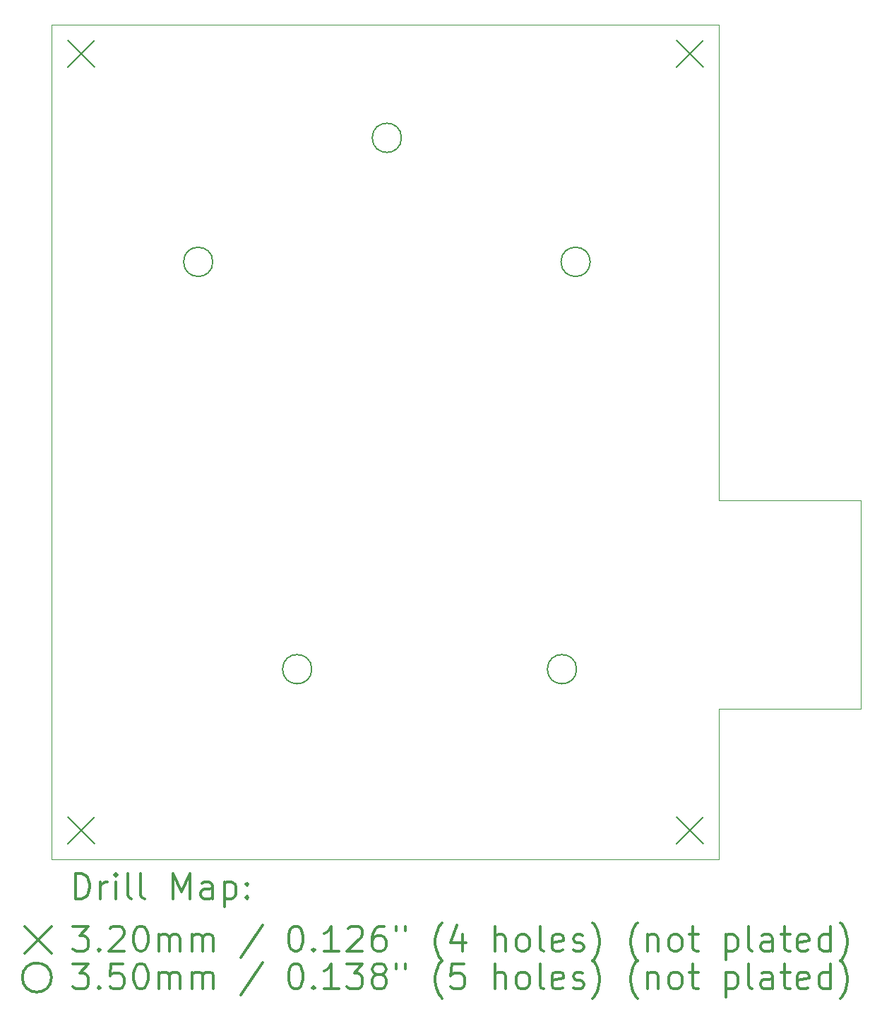
<source format=gbr>
%FSLAX45Y45*%
G04 Gerber Fmt 4.5, Leading zero omitted, Abs format (unit mm)*
G04 Created by KiCad (PCBNEW 5.1.5+dfsg1-2build2) date 2020-11-16 19:45:47*
%MOMM*%
%LPD*%
G04 APERTURE LIST*
%TA.AperFunction,Profile*%
%ADD10C,0.100000*%
%TD*%
%ADD11C,0.200000*%
%ADD12C,0.300000*%
G04 APERTURE END LIST*
D10*
X8000000Y10000000D02*
X8000000Y4300000D01*
X0Y10000000D02*
X8000000Y10000000D01*
X0Y0D02*
X0Y10000000D01*
X8000000Y4300000D02*
X9700000Y4300000D01*
X9700000Y1800000D02*
X9700000Y4300000D01*
X8000000Y1800000D02*
X9700000Y1800000D01*
X8000000Y0D02*
X8000000Y1800000D01*
X0Y0D02*
X8000000Y0D01*
D11*
X7490000Y9810000D02*
X7810000Y9490000D01*
X7810000Y9810000D02*
X7490000Y9490000D01*
X190000Y510000D02*
X510000Y190000D01*
X510000Y510000D02*
X190000Y190000D01*
X7490000Y510000D02*
X7810000Y190000D01*
X7810000Y510000D02*
X7490000Y190000D01*
X190000Y9810000D02*
X510000Y9490000D01*
X510000Y9810000D02*
X190000Y9490000D01*
X3116000Y2279000D02*
G75*
G03X3116000Y2279000I-175000J0D01*
G01*
X6291000Y2279000D02*
G75*
G03X6291000Y2279000I-175000J0D01*
G01*
X4191500Y8645000D02*
G75*
G03X4191500Y8645000I-175000J0D01*
G01*
X6454000Y7159000D02*
G75*
G03X6454000Y7159000I-175000J0D01*
G01*
X1929000Y7159000D02*
G75*
G03X1929000Y7159000I-175000J0D01*
G01*
D12*
X281428Y-470714D02*
X281428Y-170714D01*
X352857Y-170714D01*
X395714Y-185000D01*
X424286Y-213571D01*
X438571Y-242143D01*
X452857Y-299286D01*
X452857Y-342143D01*
X438571Y-399286D01*
X424286Y-427857D01*
X395714Y-456429D01*
X352857Y-470714D01*
X281428Y-470714D01*
X581428Y-470714D02*
X581428Y-270714D01*
X581428Y-327857D02*
X595714Y-299286D01*
X610000Y-285000D01*
X638571Y-270714D01*
X667143Y-270714D01*
X767143Y-470714D02*
X767143Y-270714D01*
X767143Y-170714D02*
X752857Y-185000D01*
X767143Y-199286D01*
X781428Y-185000D01*
X767143Y-170714D01*
X767143Y-199286D01*
X952857Y-470714D02*
X924286Y-456429D01*
X910000Y-427857D01*
X910000Y-170714D01*
X1110000Y-470714D02*
X1081428Y-456429D01*
X1067143Y-427857D01*
X1067143Y-170714D01*
X1452857Y-470714D02*
X1452857Y-170714D01*
X1552857Y-385000D01*
X1652857Y-170714D01*
X1652857Y-470714D01*
X1924286Y-470714D02*
X1924286Y-313572D01*
X1910000Y-285000D01*
X1881428Y-270714D01*
X1824286Y-270714D01*
X1795714Y-285000D01*
X1924286Y-456429D02*
X1895714Y-470714D01*
X1824286Y-470714D01*
X1795714Y-456429D01*
X1781428Y-427857D01*
X1781428Y-399286D01*
X1795714Y-370714D01*
X1824286Y-356429D01*
X1895714Y-356429D01*
X1924286Y-342143D01*
X2067143Y-270714D02*
X2067143Y-570714D01*
X2067143Y-285000D02*
X2095714Y-270714D01*
X2152857Y-270714D01*
X2181428Y-285000D01*
X2195714Y-299286D01*
X2210000Y-327857D01*
X2210000Y-413571D01*
X2195714Y-442143D01*
X2181428Y-456429D01*
X2152857Y-470714D01*
X2095714Y-470714D01*
X2067143Y-456429D01*
X2338571Y-442143D02*
X2352857Y-456429D01*
X2338571Y-470714D01*
X2324286Y-456429D01*
X2338571Y-442143D01*
X2338571Y-470714D01*
X2338571Y-285000D02*
X2352857Y-299286D01*
X2338571Y-313572D01*
X2324286Y-299286D01*
X2338571Y-285000D01*
X2338571Y-313572D01*
X-325000Y-805000D02*
X-5000Y-1125000D01*
X-5000Y-805000D02*
X-325000Y-1125000D01*
X252857Y-800714D02*
X438571Y-800714D01*
X338571Y-915000D01*
X381428Y-915000D01*
X410000Y-929286D01*
X424286Y-943571D01*
X438571Y-972143D01*
X438571Y-1043571D01*
X424286Y-1072143D01*
X410000Y-1086429D01*
X381428Y-1100714D01*
X295714Y-1100714D01*
X267143Y-1086429D01*
X252857Y-1072143D01*
X567143Y-1072143D02*
X581428Y-1086429D01*
X567143Y-1100714D01*
X552857Y-1086429D01*
X567143Y-1072143D01*
X567143Y-1100714D01*
X695714Y-829286D02*
X710000Y-815000D01*
X738571Y-800714D01*
X810000Y-800714D01*
X838571Y-815000D01*
X852857Y-829286D01*
X867143Y-857857D01*
X867143Y-886429D01*
X852857Y-929286D01*
X681428Y-1100714D01*
X867143Y-1100714D01*
X1052857Y-800714D02*
X1081428Y-800714D01*
X1110000Y-815000D01*
X1124286Y-829286D01*
X1138571Y-857857D01*
X1152857Y-915000D01*
X1152857Y-986429D01*
X1138571Y-1043571D01*
X1124286Y-1072143D01*
X1110000Y-1086429D01*
X1081428Y-1100714D01*
X1052857Y-1100714D01*
X1024286Y-1086429D01*
X1010000Y-1072143D01*
X995714Y-1043571D01*
X981428Y-986429D01*
X981428Y-915000D01*
X995714Y-857857D01*
X1010000Y-829286D01*
X1024286Y-815000D01*
X1052857Y-800714D01*
X1281428Y-1100714D02*
X1281428Y-900714D01*
X1281428Y-929286D02*
X1295714Y-915000D01*
X1324286Y-900714D01*
X1367143Y-900714D01*
X1395714Y-915000D01*
X1410000Y-943571D01*
X1410000Y-1100714D01*
X1410000Y-943571D02*
X1424286Y-915000D01*
X1452857Y-900714D01*
X1495714Y-900714D01*
X1524286Y-915000D01*
X1538571Y-943571D01*
X1538571Y-1100714D01*
X1681428Y-1100714D02*
X1681428Y-900714D01*
X1681428Y-929286D02*
X1695714Y-915000D01*
X1724286Y-900714D01*
X1767143Y-900714D01*
X1795714Y-915000D01*
X1810000Y-943571D01*
X1810000Y-1100714D01*
X1810000Y-943571D02*
X1824286Y-915000D01*
X1852857Y-900714D01*
X1895714Y-900714D01*
X1924286Y-915000D01*
X1938571Y-943571D01*
X1938571Y-1100714D01*
X2524286Y-786429D02*
X2267143Y-1172143D01*
X2910000Y-800714D02*
X2938571Y-800714D01*
X2967143Y-815000D01*
X2981428Y-829286D01*
X2995714Y-857857D01*
X3010000Y-915000D01*
X3010000Y-986429D01*
X2995714Y-1043571D01*
X2981428Y-1072143D01*
X2967143Y-1086429D01*
X2938571Y-1100714D01*
X2910000Y-1100714D01*
X2881428Y-1086429D01*
X2867143Y-1072143D01*
X2852857Y-1043571D01*
X2838571Y-986429D01*
X2838571Y-915000D01*
X2852857Y-857857D01*
X2867143Y-829286D01*
X2881428Y-815000D01*
X2910000Y-800714D01*
X3138571Y-1072143D02*
X3152857Y-1086429D01*
X3138571Y-1100714D01*
X3124286Y-1086429D01*
X3138571Y-1072143D01*
X3138571Y-1100714D01*
X3438571Y-1100714D02*
X3267143Y-1100714D01*
X3352857Y-1100714D02*
X3352857Y-800714D01*
X3324286Y-843571D01*
X3295714Y-872143D01*
X3267143Y-886429D01*
X3552857Y-829286D02*
X3567143Y-815000D01*
X3595714Y-800714D01*
X3667143Y-800714D01*
X3695714Y-815000D01*
X3710000Y-829286D01*
X3724286Y-857857D01*
X3724286Y-886429D01*
X3710000Y-929286D01*
X3538571Y-1100714D01*
X3724286Y-1100714D01*
X3981428Y-800714D02*
X3924286Y-800714D01*
X3895714Y-815000D01*
X3881428Y-829286D01*
X3852857Y-872143D01*
X3838571Y-929286D01*
X3838571Y-1043571D01*
X3852857Y-1072143D01*
X3867143Y-1086429D01*
X3895714Y-1100714D01*
X3952857Y-1100714D01*
X3981428Y-1086429D01*
X3995714Y-1072143D01*
X4010000Y-1043571D01*
X4010000Y-972143D01*
X3995714Y-943571D01*
X3981428Y-929286D01*
X3952857Y-915000D01*
X3895714Y-915000D01*
X3867143Y-929286D01*
X3852857Y-943571D01*
X3838571Y-972143D01*
X4124286Y-800714D02*
X4124286Y-857857D01*
X4238571Y-800714D02*
X4238571Y-857857D01*
X4681428Y-1215000D02*
X4667143Y-1200714D01*
X4638571Y-1157857D01*
X4624286Y-1129286D01*
X4610000Y-1086429D01*
X4595714Y-1015000D01*
X4595714Y-957857D01*
X4610000Y-886429D01*
X4624286Y-843571D01*
X4638571Y-815000D01*
X4667143Y-772143D01*
X4681428Y-757857D01*
X4924286Y-900714D02*
X4924286Y-1100714D01*
X4852857Y-786429D02*
X4781428Y-1000714D01*
X4967143Y-1000714D01*
X5310000Y-1100714D02*
X5310000Y-800714D01*
X5438571Y-1100714D02*
X5438571Y-943571D01*
X5424286Y-915000D01*
X5395714Y-900714D01*
X5352857Y-900714D01*
X5324286Y-915000D01*
X5310000Y-929286D01*
X5624286Y-1100714D02*
X5595714Y-1086429D01*
X5581428Y-1072143D01*
X5567143Y-1043571D01*
X5567143Y-957857D01*
X5581428Y-929286D01*
X5595714Y-915000D01*
X5624286Y-900714D01*
X5667143Y-900714D01*
X5695714Y-915000D01*
X5710000Y-929286D01*
X5724286Y-957857D01*
X5724286Y-1043571D01*
X5710000Y-1072143D01*
X5695714Y-1086429D01*
X5667143Y-1100714D01*
X5624286Y-1100714D01*
X5895714Y-1100714D02*
X5867143Y-1086429D01*
X5852857Y-1057857D01*
X5852857Y-800714D01*
X6124286Y-1086429D02*
X6095714Y-1100714D01*
X6038571Y-1100714D01*
X6010000Y-1086429D01*
X5995714Y-1057857D01*
X5995714Y-943571D01*
X6010000Y-915000D01*
X6038571Y-900714D01*
X6095714Y-900714D01*
X6124286Y-915000D01*
X6138571Y-943571D01*
X6138571Y-972143D01*
X5995714Y-1000714D01*
X6252857Y-1086429D02*
X6281428Y-1100714D01*
X6338571Y-1100714D01*
X6367143Y-1086429D01*
X6381428Y-1057857D01*
X6381428Y-1043571D01*
X6367143Y-1015000D01*
X6338571Y-1000714D01*
X6295714Y-1000714D01*
X6267143Y-986429D01*
X6252857Y-957857D01*
X6252857Y-943571D01*
X6267143Y-915000D01*
X6295714Y-900714D01*
X6338571Y-900714D01*
X6367143Y-915000D01*
X6481428Y-1215000D02*
X6495714Y-1200714D01*
X6524286Y-1157857D01*
X6538571Y-1129286D01*
X6552857Y-1086429D01*
X6567143Y-1015000D01*
X6567143Y-957857D01*
X6552857Y-886429D01*
X6538571Y-843571D01*
X6524286Y-815000D01*
X6495714Y-772143D01*
X6481428Y-757857D01*
X7024286Y-1215000D02*
X7010000Y-1200714D01*
X6981428Y-1157857D01*
X6967143Y-1129286D01*
X6952857Y-1086429D01*
X6938571Y-1015000D01*
X6938571Y-957857D01*
X6952857Y-886429D01*
X6967143Y-843571D01*
X6981428Y-815000D01*
X7010000Y-772143D01*
X7024286Y-757857D01*
X7138571Y-900714D02*
X7138571Y-1100714D01*
X7138571Y-929286D02*
X7152857Y-915000D01*
X7181428Y-900714D01*
X7224286Y-900714D01*
X7252857Y-915000D01*
X7267143Y-943571D01*
X7267143Y-1100714D01*
X7452857Y-1100714D02*
X7424286Y-1086429D01*
X7410000Y-1072143D01*
X7395714Y-1043571D01*
X7395714Y-957857D01*
X7410000Y-929286D01*
X7424286Y-915000D01*
X7452857Y-900714D01*
X7495714Y-900714D01*
X7524286Y-915000D01*
X7538571Y-929286D01*
X7552857Y-957857D01*
X7552857Y-1043571D01*
X7538571Y-1072143D01*
X7524286Y-1086429D01*
X7495714Y-1100714D01*
X7452857Y-1100714D01*
X7638571Y-900714D02*
X7752857Y-900714D01*
X7681428Y-800714D02*
X7681428Y-1057857D01*
X7695714Y-1086429D01*
X7724286Y-1100714D01*
X7752857Y-1100714D01*
X8081428Y-900714D02*
X8081428Y-1200714D01*
X8081428Y-915000D02*
X8110000Y-900714D01*
X8167143Y-900714D01*
X8195714Y-915000D01*
X8210000Y-929286D01*
X8224286Y-957857D01*
X8224286Y-1043571D01*
X8210000Y-1072143D01*
X8195714Y-1086429D01*
X8167143Y-1100714D01*
X8110000Y-1100714D01*
X8081428Y-1086429D01*
X8395714Y-1100714D02*
X8367143Y-1086429D01*
X8352857Y-1057857D01*
X8352857Y-800714D01*
X8638571Y-1100714D02*
X8638571Y-943571D01*
X8624286Y-915000D01*
X8595714Y-900714D01*
X8538571Y-900714D01*
X8510000Y-915000D01*
X8638571Y-1086429D02*
X8610000Y-1100714D01*
X8538571Y-1100714D01*
X8510000Y-1086429D01*
X8495714Y-1057857D01*
X8495714Y-1029286D01*
X8510000Y-1000714D01*
X8538571Y-986429D01*
X8610000Y-986429D01*
X8638571Y-972143D01*
X8738571Y-900714D02*
X8852857Y-900714D01*
X8781428Y-800714D02*
X8781428Y-1057857D01*
X8795714Y-1086429D01*
X8824286Y-1100714D01*
X8852857Y-1100714D01*
X9067143Y-1086429D02*
X9038571Y-1100714D01*
X8981428Y-1100714D01*
X8952857Y-1086429D01*
X8938571Y-1057857D01*
X8938571Y-943571D01*
X8952857Y-915000D01*
X8981428Y-900714D01*
X9038571Y-900714D01*
X9067143Y-915000D01*
X9081428Y-943571D01*
X9081428Y-972143D01*
X8938571Y-1000714D01*
X9338571Y-1100714D02*
X9338571Y-800714D01*
X9338571Y-1086429D02*
X9310000Y-1100714D01*
X9252857Y-1100714D01*
X9224286Y-1086429D01*
X9210000Y-1072143D01*
X9195714Y-1043571D01*
X9195714Y-957857D01*
X9210000Y-929286D01*
X9224286Y-915000D01*
X9252857Y-900714D01*
X9310000Y-900714D01*
X9338571Y-915000D01*
X9452857Y-1215000D02*
X9467143Y-1200714D01*
X9495714Y-1157857D01*
X9510000Y-1129286D01*
X9524286Y-1086429D01*
X9538571Y-1015000D01*
X9538571Y-957857D01*
X9524286Y-886429D01*
X9510000Y-843571D01*
X9495714Y-815000D01*
X9467143Y-772143D01*
X9452857Y-757857D01*
X-5000Y-1415000D02*
G75*
G03X-5000Y-1415000I-175000J0D01*
G01*
X252857Y-1250714D02*
X438571Y-1250714D01*
X338571Y-1365000D01*
X381428Y-1365000D01*
X410000Y-1379286D01*
X424286Y-1393572D01*
X438571Y-1422143D01*
X438571Y-1493571D01*
X424286Y-1522143D01*
X410000Y-1536429D01*
X381428Y-1550714D01*
X295714Y-1550714D01*
X267143Y-1536429D01*
X252857Y-1522143D01*
X567143Y-1522143D02*
X581428Y-1536429D01*
X567143Y-1550714D01*
X552857Y-1536429D01*
X567143Y-1522143D01*
X567143Y-1550714D01*
X852857Y-1250714D02*
X710000Y-1250714D01*
X695714Y-1393572D01*
X710000Y-1379286D01*
X738571Y-1365000D01*
X810000Y-1365000D01*
X838571Y-1379286D01*
X852857Y-1393572D01*
X867143Y-1422143D01*
X867143Y-1493571D01*
X852857Y-1522143D01*
X838571Y-1536429D01*
X810000Y-1550714D01*
X738571Y-1550714D01*
X710000Y-1536429D01*
X695714Y-1522143D01*
X1052857Y-1250714D02*
X1081428Y-1250714D01*
X1110000Y-1265000D01*
X1124286Y-1279286D01*
X1138571Y-1307857D01*
X1152857Y-1365000D01*
X1152857Y-1436429D01*
X1138571Y-1493571D01*
X1124286Y-1522143D01*
X1110000Y-1536429D01*
X1081428Y-1550714D01*
X1052857Y-1550714D01*
X1024286Y-1536429D01*
X1010000Y-1522143D01*
X995714Y-1493571D01*
X981428Y-1436429D01*
X981428Y-1365000D01*
X995714Y-1307857D01*
X1010000Y-1279286D01*
X1024286Y-1265000D01*
X1052857Y-1250714D01*
X1281428Y-1550714D02*
X1281428Y-1350714D01*
X1281428Y-1379286D02*
X1295714Y-1365000D01*
X1324286Y-1350714D01*
X1367143Y-1350714D01*
X1395714Y-1365000D01*
X1410000Y-1393572D01*
X1410000Y-1550714D01*
X1410000Y-1393572D02*
X1424286Y-1365000D01*
X1452857Y-1350714D01*
X1495714Y-1350714D01*
X1524286Y-1365000D01*
X1538571Y-1393572D01*
X1538571Y-1550714D01*
X1681428Y-1550714D02*
X1681428Y-1350714D01*
X1681428Y-1379286D02*
X1695714Y-1365000D01*
X1724286Y-1350714D01*
X1767143Y-1350714D01*
X1795714Y-1365000D01*
X1810000Y-1393572D01*
X1810000Y-1550714D01*
X1810000Y-1393572D02*
X1824286Y-1365000D01*
X1852857Y-1350714D01*
X1895714Y-1350714D01*
X1924286Y-1365000D01*
X1938571Y-1393572D01*
X1938571Y-1550714D01*
X2524286Y-1236429D02*
X2267143Y-1622143D01*
X2910000Y-1250714D02*
X2938571Y-1250714D01*
X2967143Y-1265000D01*
X2981428Y-1279286D01*
X2995714Y-1307857D01*
X3010000Y-1365000D01*
X3010000Y-1436429D01*
X2995714Y-1493571D01*
X2981428Y-1522143D01*
X2967143Y-1536429D01*
X2938571Y-1550714D01*
X2910000Y-1550714D01*
X2881428Y-1536429D01*
X2867143Y-1522143D01*
X2852857Y-1493571D01*
X2838571Y-1436429D01*
X2838571Y-1365000D01*
X2852857Y-1307857D01*
X2867143Y-1279286D01*
X2881428Y-1265000D01*
X2910000Y-1250714D01*
X3138571Y-1522143D02*
X3152857Y-1536429D01*
X3138571Y-1550714D01*
X3124286Y-1536429D01*
X3138571Y-1522143D01*
X3138571Y-1550714D01*
X3438571Y-1550714D02*
X3267143Y-1550714D01*
X3352857Y-1550714D02*
X3352857Y-1250714D01*
X3324286Y-1293572D01*
X3295714Y-1322143D01*
X3267143Y-1336429D01*
X3538571Y-1250714D02*
X3724286Y-1250714D01*
X3624286Y-1365000D01*
X3667143Y-1365000D01*
X3695714Y-1379286D01*
X3710000Y-1393572D01*
X3724286Y-1422143D01*
X3724286Y-1493571D01*
X3710000Y-1522143D01*
X3695714Y-1536429D01*
X3667143Y-1550714D01*
X3581428Y-1550714D01*
X3552857Y-1536429D01*
X3538571Y-1522143D01*
X3895714Y-1379286D02*
X3867143Y-1365000D01*
X3852857Y-1350714D01*
X3838571Y-1322143D01*
X3838571Y-1307857D01*
X3852857Y-1279286D01*
X3867143Y-1265000D01*
X3895714Y-1250714D01*
X3952857Y-1250714D01*
X3981428Y-1265000D01*
X3995714Y-1279286D01*
X4010000Y-1307857D01*
X4010000Y-1322143D01*
X3995714Y-1350714D01*
X3981428Y-1365000D01*
X3952857Y-1379286D01*
X3895714Y-1379286D01*
X3867143Y-1393572D01*
X3852857Y-1407857D01*
X3838571Y-1436429D01*
X3838571Y-1493571D01*
X3852857Y-1522143D01*
X3867143Y-1536429D01*
X3895714Y-1550714D01*
X3952857Y-1550714D01*
X3981428Y-1536429D01*
X3995714Y-1522143D01*
X4010000Y-1493571D01*
X4010000Y-1436429D01*
X3995714Y-1407857D01*
X3981428Y-1393572D01*
X3952857Y-1379286D01*
X4124286Y-1250714D02*
X4124286Y-1307857D01*
X4238571Y-1250714D02*
X4238571Y-1307857D01*
X4681428Y-1665000D02*
X4667143Y-1650714D01*
X4638571Y-1607857D01*
X4624286Y-1579286D01*
X4610000Y-1536429D01*
X4595714Y-1465000D01*
X4595714Y-1407857D01*
X4610000Y-1336429D01*
X4624286Y-1293572D01*
X4638571Y-1265000D01*
X4667143Y-1222143D01*
X4681428Y-1207857D01*
X4938571Y-1250714D02*
X4795714Y-1250714D01*
X4781428Y-1393572D01*
X4795714Y-1379286D01*
X4824286Y-1365000D01*
X4895714Y-1365000D01*
X4924286Y-1379286D01*
X4938571Y-1393572D01*
X4952857Y-1422143D01*
X4952857Y-1493571D01*
X4938571Y-1522143D01*
X4924286Y-1536429D01*
X4895714Y-1550714D01*
X4824286Y-1550714D01*
X4795714Y-1536429D01*
X4781428Y-1522143D01*
X5310000Y-1550714D02*
X5310000Y-1250714D01*
X5438571Y-1550714D02*
X5438571Y-1393572D01*
X5424286Y-1365000D01*
X5395714Y-1350714D01*
X5352857Y-1350714D01*
X5324286Y-1365000D01*
X5310000Y-1379286D01*
X5624286Y-1550714D02*
X5595714Y-1536429D01*
X5581428Y-1522143D01*
X5567143Y-1493571D01*
X5567143Y-1407857D01*
X5581428Y-1379286D01*
X5595714Y-1365000D01*
X5624286Y-1350714D01*
X5667143Y-1350714D01*
X5695714Y-1365000D01*
X5710000Y-1379286D01*
X5724286Y-1407857D01*
X5724286Y-1493571D01*
X5710000Y-1522143D01*
X5695714Y-1536429D01*
X5667143Y-1550714D01*
X5624286Y-1550714D01*
X5895714Y-1550714D02*
X5867143Y-1536429D01*
X5852857Y-1507857D01*
X5852857Y-1250714D01*
X6124286Y-1536429D02*
X6095714Y-1550714D01*
X6038571Y-1550714D01*
X6010000Y-1536429D01*
X5995714Y-1507857D01*
X5995714Y-1393572D01*
X6010000Y-1365000D01*
X6038571Y-1350714D01*
X6095714Y-1350714D01*
X6124286Y-1365000D01*
X6138571Y-1393572D01*
X6138571Y-1422143D01*
X5995714Y-1450714D01*
X6252857Y-1536429D02*
X6281428Y-1550714D01*
X6338571Y-1550714D01*
X6367143Y-1536429D01*
X6381428Y-1507857D01*
X6381428Y-1493571D01*
X6367143Y-1465000D01*
X6338571Y-1450714D01*
X6295714Y-1450714D01*
X6267143Y-1436429D01*
X6252857Y-1407857D01*
X6252857Y-1393572D01*
X6267143Y-1365000D01*
X6295714Y-1350714D01*
X6338571Y-1350714D01*
X6367143Y-1365000D01*
X6481428Y-1665000D02*
X6495714Y-1650714D01*
X6524286Y-1607857D01*
X6538571Y-1579286D01*
X6552857Y-1536429D01*
X6567143Y-1465000D01*
X6567143Y-1407857D01*
X6552857Y-1336429D01*
X6538571Y-1293572D01*
X6524286Y-1265000D01*
X6495714Y-1222143D01*
X6481428Y-1207857D01*
X7024286Y-1665000D02*
X7010000Y-1650714D01*
X6981428Y-1607857D01*
X6967143Y-1579286D01*
X6952857Y-1536429D01*
X6938571Y-1465000D01*
X6938571Y-1407857D01*
X6952857Y-1336429D01*
X6967143Y-1293572D01*
X6981428Y-1265000D01*
X7010000Y-1222143D01*
X7024286Y-1207857D01*
X7138571Y-1350714D02*
X7138571Y-1550714D01*
X7138571Y-1379286D02*
X7152857Y-1365000D01*
X7181428Y-1350714D01*
X7224286Y-1350714D01*
X7252857Y-1365000D01*
X7267143Y-1393572D01*
X7267143Y-1550714D01*
X7452857Y-1550714D02*
X7424286Y-1536429D01*
X7410000Y-1522143D01*
X7395714Y-1493571D01*
X7395714Y-1407857D01*
X7410000Y-1379286D01*
X7424286Y-1365000D01*
X7452857Y-1350714D01*
X7495714Y-1350714D01*
X7524286Y-1365000D01*
X7538571Y-1379286D01*
X7552857Y-1407857D01*
X7552857Y-1493571D01*
X7538571Y-1522143D01*
X7524286Y-1536429D01*
X7495714Y-1550714D01*
X7452857Y-1550714D01*
X7638571Y-1350714D02*
X7752857Y-1350714D01*
X7681428Y-1250714D02*
X7681428Y-1507857D01*
X7695714Y-1536429D01*
X7724286Y-1550714D01*
X7752857Y-1550714D01*
X8081428Y-1350714D02*
X8081428Y-1650714D01*
X8081428Y-1365000D02*
X8110000Y-1350714D01*
X8167143Y-1350714D01*
X8195714Y-1365000D01*
X8210000Y-1379286D01*
X8224286Y-1407857D01*
X8224286Y-1493571D01*
X8210000Y-1522143D01*
X8195714Y-1536429D01*
X8167143Y-1550714D01*
X8110000Y-1550714D01*
X8081428Y-1536429D01*
X8395714Y-1550714D02*
X8367143Y-1536429D01*
X8352857Y-1507857D01*
X8352857Y-1250714D01*
X8638571Y-1550714D02*
X8638571Y-1393572D01*
X8624286Y-1365000D01*
X8595714Y-1350714D01*
X8538571Y-1350714D01*
X8510000Y-1365000D01*
X8638571Y-1536429D02*
X8610000Y-1550714D01*
X8538571Y-1550714D01*
X8510000Y-1536429D01*
X8495714Y-1507857D01*
X8495714Y-1479286D01*
X8510000Y-1450714D01*
X8538571Y-1436429D01*
X8610000Y-1436429D01*
X8638571Y-1422143D01*
X8738571Y-1350714D02*
X8852857Y-1350714D01*
X8781428Y-1250714D02*
X8781428Y-1507857D01*
X8795714Y-1536429D01*
X8824286Y-1550714D01*
X8852857Y-1550714D01*
X9067143Y-1536429D02*
X9038571Y-1550714D01*
X8981428Y-1550714D01*
X8952857Y-1536429D01*
X8938571Y-1507857D01*
X8938571Y-1393572D01*
X8952857Y-1365000D01*
X8981428Y-1350714D01*
X9038571Y-1350714D01*
X9067143Y-1365000D01*
X9081428Y-1393572D01*
X9081428Y-1422143D01*
X8938571Y-1450714D01*
X9338571Y-1550714D02*
X9338571Y-1250714D01*
X9338571Y-1536429D02*
X9310000Y-1550714D01*
X9252857Y-1550714D01*
X9224286Y-1536429D01*
X9210000Y-1522143D01*
X9195714Y-1493571D01*
X9195714Y-1407857D01*
X9210000Y-1379286D01*
X9224286Y-1365000D01*
X9252857Y-1350714D01*
X9310000Y-1350714D01*
X9338571Y-1365000D01*
X9452857Y-1665000D02*
X9467143Y-1650714D01*
X9495714Y-1607857D01*
X9510000Y-1579286D01*
X9524286Y-1536429D01*
X9538571Y-1465000D01*
X9538571Y-1407857D01*
X9524286Y-1336429D01*
X9510000Y-1293572D01*
X9495714Y-1265000D01*
X9467143Y-1222143D01*
X9452857Y-1207857D01*
M02*

</source>
